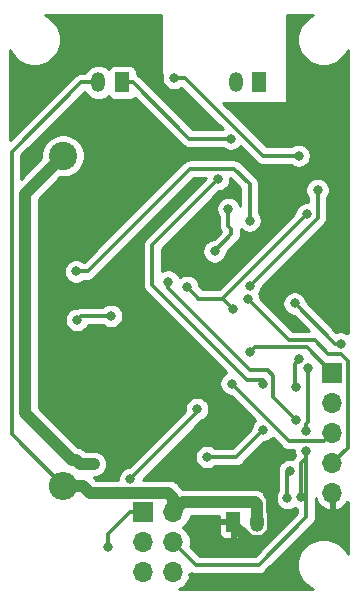
<source format=gbr>
G04 #@! TF.GenerationSoftware,KiCad,Pcbnew,(5.1.0)-1*
G04 #@! TF.CreationDate,2019-06-23T17:01:32+01:00*
G04 #@! TF.ProjectId,v4,76342e6b-6963-4616-945f-706362585858,rev?*
G04 #@! TF.SameCoordinates,Original*
G04 #@! TF.FileFunction,Copper,L2,Bot*
G04 #@! TF.FilePolarity,Positive*
%FSLAX46Y46*%
G04 Gerber Fmt 4.6, Leading zero omitted, Abs format (unit mm)*
G04 Created by KiCad (PCBNEW (5.1.0)-1) date 2019-06-23 17:01:32*
%MOMM*%
%LPD*%
G04 APERTURE LIST*
%ADD10C,2.400000*%
%ADD11O,2.400000X2.400000*%
%ADD12R,1.200000X1.700000*%
%ADD13O,1.200000X1.700000*%
%ADD14R,1.700000X1.700000*%
%ADD15O,1.700000X1.700000*%
%ADD16C,0.800000*%
%ADD17C,0.300000*%
%ADD18C,1.000000*%
%ADD19C,0.254000*%
G04 APERTURE END LIST*
D10*
X107117600Y-60587600D03*
D11*
X107117600Y-88527600D03*
D12*
X123717600Y-54387600D03*
D13*
X121717600Y-54387600D03*
D14*
X129917600Y-78987600D03*
D15*
X129917600Y-81527600D03*
X129917600Y-84067600D03*
X129917600Y-86607600D03*
X129917600Y-89147600D03*
D14*
X113917600Y-90787600D03*
D15*
X116457600Y-90787600D03*
X113917600Y-93327600D03*
X116457600Y-93327600D03*
X113917600Y-95867600D03*
X116457600Y-95867600D03*
D12*
X121517600Y-91587600D03*
D13*
X123517600Y-91587600D03*
D12*
X112117600Y-54387600D03*
D13*
X110117600Y-54387600D03*
D16*
X116517600Y-61287600D03*
X128517600Y-70787600D03*
X130917600Y-68887600D03*
X125817600Y-58987600D03*
X129317600Y-58587600D03*
X125117600Y-73387600D03*
X126517600Y-74687600D03*
X116417600Y-77487600D03*
X114117600Y-77487600D03*
X114017600Y-79287600D03*
X115417600Y-79387600D03*
X114817600Y-81087600D03*
X114817600Y-82687600D03*
X116917600Y-85737579D03*
X119067621Y-87887600D03*
X106167600Y-80487600D03*
X118667600Y-57737600D03*
X117617600Y-71687600D03*
X127741547Y-65561557D03*
X121517612Y-73587578D03*
X122917600Y-71587600D03*
X128667590Y-63487600D03*
X112817601Y-87937589D03*
X118467610Y-82037590D03*
X111168648Y-74138648D03*
X124067595Y-83787600D03*
X108317604Y-74487600D03*
X119308489Y-86095105D03*
X127717600Y-83887589D03*
X127717600Y-85587602D03*
X127878222Y-78591742D03*
X127250963Y-89510524D03*
X120257027Y-62537610D03*
X124067588Y-79888237D03*
X121317600Y-59137610D03*
X122762035Y-72676557D03*
X119945956Y-68678410D03*
X121117600Y-65087600D03*
X127067600Y-60587600D03*
X116517600Y-53987600D03*
X127134100Y-77781614D03*
X126811552Y-80193648D03*
X109717600Y-86687600D03*
X122917600Y-66087600D03*
X126716552Y-73086552D03*
X130617600Y-76487602D03*
X108212599Y-70382599D03*
X126846311Y-82937865D03*
X116017600Y-71237590D03*
X122983004Y-77212611D03*
X121379162Y-79873942D03*
X126317600Y-87287577D03*
X126117600Y-89587600D03*
X110917604Y-93687600D03*
D17*
X128517600Y-70787600D02*
X130417600Y-68887600D01*
X130417600Y-68887600D02*
X130917600Y-68887600D01*
D18*
X116917600Y-86303264D02*
X116917600Y-85737579D01*
X119067621Y-87887600D02*
X119067621Y-87887600D01*
X124517591Y-89241160D02*
X124517591Y-88887591D01*
X124817610Y-90657697D02*
X124817610Y-89541179D01*
X124917610Y-90757697D02*
X124817610Y-90657697D01*
X123517600Y-87887600D02*
X119067621Y-87887600D01*
X124917610Y-92417503D02*
X124917610Y-90757697D01*
X124517591Y-88887591D02*
X123517600Y-87887600D01*
X121517600Y-91837600D02*
X122667600Y-92987600D01*
X121517600Y-91587600D02*
X121517600Y-91837600D01*
X122667600Y-92987600D02*
X122687687Y-92987600D01*
X122687687Y-92987600D02*
X122937697Y-93237610D01*
X122937697Y-93237610D02*
X124097503Y-93237610D01*
X124817610Y-89541179D02*
X124517591Y-89241160D01*
X124097503Y-93237610D02*
X124917610Y-92417503D01*
X119067621Y-87887600D02*
X116917600Y-85737579D01*
D17*
X118583285Y-72687600D02*
X118583285Y-72653285D01*
X118583285Y-72653285D02*
X117617600Y-71687600D01*
X120615504Y-72687600D02*
X127741547Y-65561557D01*
X118583285Y-72687600D02*
X120615504Y-72687600D01*
X120617634Y-72687600D02*
X121517612Y-73587578D01*
X118583285Y-72687600D02*
X120617634Y-72687600D01*
D18*
X109424655Y-89137599D02*
X108814656Y-88527600D01*
X108814656Y-88527600D02*
X107117600Y-88527600D01*
X116009680Y-89137599D02*
X109424655Y-89137599D01*
X116457600Y-89585519D02*
X116009680Y-89137599D01*
X116457600Y-90787600D02*
X116457600Y-89585519D01*
D17*
X108617600Y-54387600D02*
X110117600Y-54387600D01*
X102767589Y-60237611D02*
X108617600Y-54387600D01*
X107117600Y-88527600D02*
X102767589Y-84177589D01*
X102767589Y-84177589D02*
X102767589Y-60237611D01*
D18*
X123517600Y-90079660D02*
X123367580Y-89929640D01*
X123367580Y-89929640D02*
X117315560Y-89929640D01*
X117315560Y-89929640D02*
X117307599Y-89937601D01*
X123517600Y-91587600D02*
X123517600Y-90079660D01*
X117307599Y-89937601D02*
X116457600Y-90787600D01*
D17*
X128667590Y-65837610D02*
X128667590Y-63487600D01*
X122917600Y-71587600D02*
X128667590Y-65837610D01*
X118467610Y-82287580D02*
X118467610Y-82037590D01*
X112817601Y-87937589D02*
X118467610Y-82287580D01*
X111168648Y-74138648D02*
X108666556Y-74138648D01*
X108666556Y-74138648D02*
X108317604Y-74487600D01*
X121760090Y-86095105D02*
X119874174Y-86095105D01*
X119874174Y-86095105D02*
X119308489Y-86095105D01*
X124067595Y-83787600D02*
X121760090Y-86095105D01*
X127717600Y-83887589D02*
X127717600Y-83321904D01*
X127717600Y-83321904D02*
X127878222Y-83161282D01*
X127878222Y-83161282D02*
X127878222Y-78591742D01*
X127717600Y-86153287D02*
X127717600Y-85587602D01*
X127250963Y-86619924D02*
X127250963Y-88944839D01*
X127717600Y-86153287D02*
X127250963Y-86619924D01*
X127250963Y-88944839D02*
X127250963Y-89510524D01*
X127717600Y-91187600D02*
X127717600Y-86153287D01*
X123667600Y-95237600D02*
X127717600Y-91187600D01*
X116457600Y-93327600D02*
X118367600Y-95237600D01*
X118367600Y-95237600D02*
X123667600Y-95237600D01*
X122712563Y-79597610D02*
X124067595Y-79597610D01*
X114667599Y-71552646D02*
X122712563Y-79597610D01*
X120257027Y-62537610D02*
X114667599Y-68127038D01*
X114667599Y-68127038D02*
X114667599Y-71552646D01*
X124067595Y-79597610D02*
X124067595Y-79888230D01*
X124067595Y-79888230D02*
X124067588Y-79888237D01*
X117767610Y-59137610D02*
X121317600Y-59137610D01*
X113017600Y-54387600D02*
X117767610Y-59137610D01*
X112117600Y-54387600D02*
X113017600Y-54387600D01*
X126281079Y-76195601D02*
X122762035Y-72676557D01*
X131217601Y-85307599D02*
X131217601Y-77936144D01*
X129917600Y-86607600D02*
X131217601Y-85307599D01*
X131217601Y-77936144D02*
X130619061Y-77337604D01*
X130619061Y-77337604D02*
X129567604Y-77337604D01*
X129567604Y-77337604D02*
X128425601Y-76195601D01*
X128425601Y-76195601D02*
X126281079Y-76195601D01*
X121117600Y-66537600D02*
X121117600Y-65087600D01*
X121367600Y-66787600D02*
X121117600Y-66537600D01*
X119945956Y-68678410D02*
X121367600Y-67256766D01*
X121367600Y-67256766D02*
X121367600Y-66787600D01*
X117083285Y-53987600D02*
X116517600Y-53987600D01*
X117417600Y-53987600D02*
X117083285Y-53987600D01*
X127067600Y-60587600D02*
X124017600Y-60587600D01*
X124017600Y-60587600D02*
X117417600Y-53987600D01*
X126734101Y-80116197D02*
X126811552Y-80193648D01*
X126734101Y-78181613D02*
X126734101Y-80116197D01*
X127134100Y-77781614D02*
X126734101Y-78181613D01*
D18*
X108533602Y-86687600D02*
X109717600Y-86687600D01*
X108173601Y-86327599D02*
X108533602Y-86687600D01*
X107857599Y-86327599D02*
X108173601Y-86327599D01*
X103917600Y-82387600D02*
X107857599Y-86327599D01*
X107117600Y-60587600D02*
X103917600Y-63787600D01*
X103917600Y-63787600D02*
X103917600Y-82387600D01*
D17*
X130117602Y-76487602D02*
X130617600Y-76487602D01*
X126716552Y-73086552D02*
X130117602Y-76487602D01*
X109188286Y-70382599D02*
X108212599Y-70382599D01*
X121617600Y-61687600D02*
X117883285Y-61687600D01*
X117883285Y-61687600D02*
X109188286Y-70382599D01*
X122917600Y-66087600D02*
X122917600Y-62987600D01*
X122917600Y-62987600D02*
X121617600Y-61687600D01*
X124439435Y-78747608D02*
X122961933Y-78747608D01*
X116017600Y-71803275D02*
X116017600Y-71237590D01*
X124922098Y-79230271D02*
X124439435Y-78747608D01*
X124922098Y-81013652D02*
X124922098Y-79230271D01*
X126846311Y-82937865D02*
X124922098Y-81013652D01*
X122961933Y-78747608D02*
X116017600Y-71803275D01*
X127742612Y-76812612D02*
X123383003Y-76812612D01*
X123383003Y-76812612D02*
X122983004Y-77212611D01*
X129917600Y-78987600D02*
X127742612Y-76812612D01*
X126242817Y-84737597D02*
X121379162Y-79873942D01*
X129917600Y-84067600D02*
X129247603Y-84737597D01*
X129247603Y-84737597D02*
X126242817Y-84737597D01*
X126117600Y-89587600D02*
X126117600Y-87487577D01*
X126117600Y-87487577D02*
X126317600Y-87287577D01*
X113917600Y-90787600D02*
X112767600Y-90787600D01*
X112767600Y-90787600D02*
X110917604Y-92637596D01*
X110917604Y-93121915D02*
X110917604Y-93687600D01*
X110917604Y-92637596D02*
X110917604Y-93121915D01*
D19*
G36*
X130044600Y-89020600D02*
G01*
X130064600Y-89020600D01*
X130064600Y-89274600D01*
X130044600Y-89274600D01*
X130044600Y-90468414D01*
X130274491Y-90589081D01*
X130548852Y-90491757D01*
X130798955Y-90342778D01*
X131015188Y-90147869D01*
X131189241Y-89914520D01*
X131207601Y-89875974D01*
X131207601Y-94322263D01*
X131148231Y-94178931D01*
X130903638Y-93812871D01*
X130592329Y-93501562D01*
X130226269Y-93256969D01*
X129819525Y-93088490D01*
X129387728Y-93002600D01*
X128947472Y-93002600D01*
X128515675Y-93088490D01*
X128108931Y-93256969D01*
X127742871Y-93501562D01*
X127431562Y-93812871D01*
X127186969Y-94178931D01*
X127018490Y-94585675D01*
X126932600Y-95017472D01*
X126932600Y-95457728D01*
X127018490Y-95889525D01*
X127186969Y-96296269D01*
X127431562Y-96662329D01*
X127742871Y-96973638D01*
X128108931Y-97218231D01*
X128252260Y-97277600D01*
X116903237Y-97277600D01*
X117088852Y-97211757D01*
X117338955Y-97062778D01*
X117555188Y-96867869D01*
X117729241Y-96634520D01*
X117854425Y-96371699D01*
X117899076Y-96224490D01*
X117777756Y-95994602D01*
X117942600Y-95994602D01*
X117942600Y-95900535D01*
X118065740Y-95966354D01*
X118213713Y-96011242D01*
X118288626Y-96018620D01*
X118329039Y-96022600D01*
X118329044Y-96022600D01*
X118367600Y-96026397D01*
X118406156Y-96022600D01*
X123629047Y-96022600D01*
X123667600Y-96026397D01*
X123706153Y-96022600D01*
X123706161Y-96022600D01*
X123821487Y-96011241D01*
X123969460Y-95966354D01*
X124105833Y-95893462D01*
X124225364Y-95795364D01*
X124249947Y-95765410D01*
X128245417Y-91769941D01*
X128275364Y-91745364D01*
X128373462Y-91625833D01*
X128446354Y-91489460D01*
X128455109Y-91460600D01*
X128491242Y-91341487D01*
X128498620Y-91266574D01*
X128502600Y-91226161D01*
X128502600Y-91226156D01*
X128506397Y-91187600D01*
X128502600Y-91149045D01*
X128502600Y-89591778D01*
X128520775Y-89651699D01*
X128645959Y-89914520D01*
X128820012Y-90147869D01*
X129036245Y-90342778D01*
X129286348Y-90491757D01*
X129560709Y-90589081D01*
X129790600Y-90468414D01*
X129790600Y-89274600D01*
X129770600Y-89274600D01*
X129770600Y-89020600D01*
X129790600Y-89020600D01*
X129790600Y-89000600D01*
X130044600Y-89000600D01*
X130044600Y-89020600D01*
X130044600Y-89020600D01*
G37*
X130044600Y-89020600D02*
X130064600Y-89020600D01*
X130064600Y-89274600D01*
X130044600Y-89274600D01*
X130044600Y-90468414D01*
X130274491Y-90589081D01*
X130548852Y-90491757D01*
X130798955Y-90342778D01*
X131015188Y-90147869D01*
X131189241Y-89914520D01*
X131207601Y-89875974D01*
X131207601Y-94322263D01*
X131148231Y-94178931D01*
X130903638Y-93812871D01*
X130592329Y-93501562D01*
X130226269Y-93256969D01*
X129819525Y-93088490D01*
X129387728Y-93002600D01*
X128947472Y-93002600D01*
X128515675Y-93088490D01*
X128108931Y-93256969D01*
X127742871Y-93501562D01*
X127431562Y-93812871D01*
X127186969Y-94178931D01*
X127018490Y-94585675D01*
X126932600Y-95017472D01*
X126932600Y-95457728D01*
X127018490Y-95889525D01*
X127186969Y-96296269D01*
X127431562Y-96662329D01*
X127742871Y-96973638D01*
X128108931Y-97218231D01*
X128252260Y-97277600D01*
X116903237Y-97277600D01*
X117088852Y-97211757D01*
X117338955Y-97062778D01*
X117555188Y-96867869D01*
X117729241Y-96634520D01*
X117854425Y-96371699D01*
X117899076Y-96224490D01*
X117777756Y-95994602D01*
X117942600Y-95994602D01*
X117942600Y-95900535D01*
X118065740Y-95966354D01*
X118213713Y-96011242D01*
X118288626Y-96018620D01*
X118329039Y-96022600D01*
X118329044Y-96022600D01*
X118367600Y-96026397D01*
X118406156Y-96022600D01*
X123629047Y-96022600D01*
X123667600Y-96026397D01*
X123706153Y-96022600D01*
X123706161Y-96022600D01*
X123821487Y-96011241D01*
X123969460Y-95966354D01*
X124105833Y-95893462D01*
X124225364Y-95795364D01*
X124249947Y-95765410D01*
X128245417Y-91769941D01*
X128275364Y-91745364D01*
X128373462Y-91625833D01*
X128446354Y-91489460D01*
X128455109Y-91460600D01*
X128491242Y-91341487D01*
X128498620Y-91266574D01*
X128502600Y-91226161D01*
X128502600Y-91226156D01*
X128506397Y-91187600D01*
X128502600Y-91149045D01*
X128502600Y-89591778D01*
X128520775Y-89651699D01*
X128645959Y-89914520D01*
X128820012Y-90147869D01*
X129036245Y-90342778D01*
X129286348Y-90491757D01*
X129560709Y-90589081D01*
X129790600Y-90468414D01*
X129790600Y-89274600D01*
X129770600Y-89274600D01*
X129770600Y-89020600D01*
X129790600Y-89020600D01*
X129790600Y-89000600D01*
X130044600Y-89000600D01*
X130044600Y-89020600D01*
G36*
X116584600Y-95740600D02*
G01*
X116604600Y-95740600D01*
X116604600Y-95994600D01*
X116584600Y-95994600D01*
X116584600Y-96014600D01*
X116330600Y-96014600D01*
X116330600Y-95994600D01*
X116310600Y-95994600D01*
X116310600Y-95740600D01*
X116330600Y-95740600D01*
X116330600Y-95720600D01*
X116584600Y-95720600D01*
X116584600Y-95740600D01*
X116584600Y-95740600D01*
G37*
X116584600Y-95740600D02*
X116604600Y-95740600D01*
X116604600Y-95994600D01*
X116584600Y-95994600D01*
X116584600Y-96014600D01*
X116330600Y-96014600D01*
X116330600Y-95994600D01*
X116310600Y-95994600D01*
X116310600Y-95740600D01*
X116330600Y-95740600D01*
X116330600Y-95720600D01*
X116584600Y-95720600D01*
X116584600Y-95740600D01*
G36*
X128108931Y-48756969D02*
G01*
X127742871Y-49001562D01*
X127431562Y-49312871D01*
X127186969Y-49678931D01*
X127018490Y-50085675D01*
X126932600Y-50517472D01*
X126932600Y-50957728D01*
X127018490Y-51389525D01*
X127186969Y-51796269D01*
X127431562Y-52162329D01*
X127742871Y-52473638D01*
X128108931Y-52718231D01*
X128515675Y-52886710D01*
X128947472Y-52972600D01*
X129387728Y-52972600D01*
X129819525Y-52886710D01*
X130226269Y-52718231D01*
X130592329Y-52473638D01*
X130903638Y-52162329D01*
X131148231Y-51796269D01*
X131207600Y-51652940D01*
X131207601Y-75637044D01*
X131107856Y-75570397D01*
X130919498Y-75492376D01*
X130719539Y-75452602D01*
X130515661Y-75452602D01*
X130315702Y-75492376D01*
X130256893Y-75516736D01*
X127751552Y-73011395D01*
X127751552Y-72984613D01*
X127711778Y-72784654D01*
X127633757Y-72596296D01*
X127520489Y-72426778D01*
X127376326Y-72282615D01*
X127206808Y-72169347D01*
X127018450Y-72091326D01*
X126818491Y-72051552D01*
X126614613Y-72051552D01*
X126414654Y-72091326D01*
X126226296Y-72169347D01*
X126056778Y-72282615D01*
X125912615Y-72426778D01*
X125799347Y-72596296D01*
X125721326Y-72784654D01*
X125681552Y-72984613D01*
X125681552Y-73188491D01*
X125721326Y-73388450D01*
X125799347Y-73576808D01*
X125912615Y-73746326D01*
X126056778Y-73890489D01*
X126226296Y-74003757D01*
X126414654Y-74081778D01*
X126614613Y-74121552D01*
X126641395Y-74121552D01*
X127930443Y-75410601D01*
X126606236Y-75410601D01*
X123797035Y-72601400D01*
X123797035Y-72574618D01*
X123757261Y-72374659D01*
X123709517Y-72259394D01*
X123721537Y-72247374D01*
X123834805Y-72077856D01*
X123912826Y-71889498D01*
X123952600Y-71689539D01*
X123952600Y-71662757D01*
X129195401Y-66419956D01*
X129225354Y-66395374D01*
X129323452Y-66275843D01*
X129396344Y-66139470D01*
X129396344Y-66139469D01*
X129441232Y-65991497D01*
X129448610Y-65916584D01*
X129452590Y-65876171D01*
X129452590Y-65876166D01*
X129456387Y-65837610D01*
X129452590Y-65799054D01*
X129452590Y-64166311D01*
X129471527Y-64147374D01*
X129584795Y-63977856D01*
X129662816Y-63789498D01*
X129702590Y-63589539D01*
X129702590Y-63385661D01*
X129662816Y-63185702D01*
X129584795Y-62997344D01*
X129471527Y-62827826D01*
X129327364Y-62683663D01*
X129157846Y-62570395D01*
X128969488Y-62492374D01*
X128769529Y-62452600D01*
X128565651Y-62452600D01*
X128365692Y-62492374D01*
X128177334Y-62570395D01*
X128007816Y-62683663D01*
X127863653Y-62827826D01*
X127750385Y-62997344D01*
X127672364Y-63185702D01*
X127632590Y-63385661D01*
X127632590Y-63589539D01*
X127672364Y-63789498D01*
X127750385Y-63977856D01*
X127863653Y-64147374D01*
X127882591Y-64166312D01*
X127882591Y-64534335D01*
X127843486Y-64526557D01*
X127639608Y-64526557D01*
X127439649Y-64566331D01*
X127251291Y-64644352D01*
X127081773Y-64757620D01*
X126937610Y-64901783D01*
X126824342Y-65071301D01*
X126746321Y-65259659D01*
X126706547Y-65459618D01*
X126706547Y-65486400D01*
X120290347Y-71902600D01*
X118942757Y-71902600D01*
X118652600Y-71612443D01*
X118652600Y-71585661D01*
X118612826Y-71385702D01*
X118534805Y-71197344D01*
X118421537Y-71027826D01*
X118277374Y-70883663D01*
X118107856Y-70770395D01*
X117919498Y-70692374D01*
X117719539Y-70652600D01*
X117515661Y-70652600D01*
X117315702Y-70692374D01*
X117127344Y-70770395D01*
X116984024Y-70866158D01*
X116934805Y-70747334D01*
X116821537Y-70577816D01*
X116677374Y-70433653D01*
X116507856Y-70320385D01*
X116319498Y-70242364D01*
X116119539Y-70202590D01*
X115915661Y-70202590D01*
X115715702Y-70242364D01*
X115527344Y-70320385D01*
X115452599Y-70370328D01*
X115452599Y-68452195D01*
X120332184Y-63572610D01*
X120358966Y-63572610D01*
X120558925Y-63532836D01*
X120747283Y-63454815D01*
X120916801Y-63341547D01*
X121060964Y-63197384D01*
X121174232Y-63027866D01*
X121252253Y-62839508D01*
X121292027Y-62639549D01*
X121292027Y-62472600D01*
X121292443Y-62472600D01*
X122132601Y-63312758D01*
X122132600Y-64885115D01*
X122112826Y-64785702D01*
X122034805Y-64597344D01*
X121921537Y-64427826D01*
X121777374Y-64283663D01*
X121607856Y-64170395D01*
X121419498Y-64092374D01*
X121219539Y-64052600D01*
X121015661Y-64052600D01*
X120815702Y-64092374D01*
X120627344Y-64170395D01*
X120457826Y-64283663D01*
X120313663Y-64427826D01*
X120200395Y-64597344D01*
X120122374Y-64785702D01*
X120082600Y-64985661D01*
X120082600Y-65189539D01*
X120122374Y-65389498D01*
X120200395Y-65577856D01*
X120313663Y-65747374D01*
X120332601Y-65766312D01*
X120332600Y-66499047D01*
X120328803Y-66537600D01*
X120332600Y-66576153D01*
X120332600Y-66576160D01*
X120343959Y-66691486D01*
X120388846Y-66839459D01*
X120461738Y-66975832D01*
X120496283Y-67017925D01*
X119870799Y-67643410D01*
X119844017Y-67643410D01*
X119644058Y-67683184D01*
X119455700Y-67761205D01*
X119286182Y-67874473D01*
X119142019Y-68018636D01*
X119028751Y-68188154D01*
X118950730Y-68376512D01*
X118910956Y-68576471D01*
X118910956Y-68780349D01*
X118950730Y-68980308D01*
X119028751Y-69168666D01*
X119142019Y-69338184D01*
X119286182Y-69482347D01*
X119455700Y-69595615D01*
X119644058Y-69673636D01*
X119844017Y-69713410D01*
X120047895Y-69713410D01*
X120247854Y-69673636D01*
X120436212Y-69595615D01*
X120605730Y-69482347D01*
X120749893Y-69338184D01*
X120863161Y-69168666D01*
X120941182Y-68980308D01*
X120980956Y-68780349D01*
X120980956Y-68753567D01*
X121895417Y-67839107D01*
X121925364Y-67814530D01*
X122023462Y-67694999D01*
X122096354Y-67558626D01*
X122141241Y-67410653D01*
X122152600Y-67295327D01*
X122152600Y-67295320D01*
X122156397Y-67256767D01*
X122152600Y-67218214D01*
X122152600Y-66826152D01*
X122156172Y-66789883D01*
X122257826Y-66891537D01*
X122427344Y-67004805D01*
X122615702Y-67082826D01*
X122815661Y-67122600D01*
X123019539Y-67122600D01*
X123219498Y-67082826D01*
X123407856Y-67004805D01*
X123577374Y-66891537D01*
X123721537Y-66747374D01*
X123834805Y-66577856D01*
X123912826Y-66389498D01*
X123952600Y-66189539D01*
X123952600Y-65985661D01*
X123912826Y-65785702D01*
X123834805Y-65597344D01*
X123721537Y-65427826D01*
X123702600Y-65408889D01*
X123702600Y-63026156D01*
X123706397Y-62987600D01*
X123702600Y-62949044D01*
X123702600Y-62949039D01*
X123698620Y-62908626D01*
X123691242Y-62833713D01*
X123646354Y-62685740D01*
X123645244Y-62683663D01*
X123573462Y-62549367D01*
X123475364Y-62429836D01*
X123445410Y-62405253D01*
X122199947Y-61159790D01*
X122175364Y-61129836D01*
X122055833Y-61031738D01*
X121919460Y-60958846D01*
X121771487Y-60913959D01*
X121656161Y-60902600D01*
X121656153Y-60902600D01*
X121617600Y-60898803D01*
X121579047Y-60902600D01*
X117921841Y-60902600D01*
X117883285Y-60898803D01*
X117844729Y-60902600D01*
X117844724Y-60902600D01*
X117804311Y-60906580D01*
X117729398Y-60913958D01*
X117581425Y-60958846D01*
X117445052Y-61031738D01*
X117325521Y-61129836D01*
X117300938Y-61159790D01*
X108877220Y-69583509D01*
X108872373Y-69578662D01*
X108702855Y-69465394D01*
X108514497Y-69387373D01*
X108314538Y-69347599D01*
X108110660Y-69347599D01*
X107910701Y-69387373D01*
X107722343Y-69465394D01*
X107552825Y-69578662D01*
X107408662Y-69722825D01*
X107295394Y-69892343D01*
X107217373Y-70080701D01*
X107177599Y-70280660D01*
X107177599Y-70484538D01*
X107217373Y-70684497D01*
X107295394Y-70872855D01*
X107408662Y-71042373D01*
X107552825Y-71186536D01*
X107722343Y-71299804D01*
X107910701Y-71377825D01*
X108110660Y-71417599D01*
X108314538Y-71417599D01*
X108514497Y-71377825D01*
X108702855Y-71299804D01*
X108872373Y-71186536D01*
X108891310Y-71167599D01*
X109149733Y-71167599D01*
X109188286Y-71171396D01*
X109226839Y-71167599D01*
X109226847Y-71167599D01*
X109342173Y-71156240D01*
X109490146Y-71111353D01*
X109626519Y-71038461D01*
X109746050Y-70940363D01*
X109770633Y-70910409D01*
X118208442Y-62472600D01*
X119211880Y-62472600D01*
X114139789Y-67544691D01*
X114109835Y-67569274D01*
X114011737Y-67688806D01*
X113938845Y-67825179D01*
X113893958Y-67973152D01*
X113882599Y-68088478D01*
X113882599Y-68088485D01*
X113878802Y-68127038D01*
X113882599Y-68165591D01*
X113882600Y-71514083D01*
X113878802Y-71552646D01*
X113893958Y-71706532D01*
X113938845Y-71854505D01*
X113957549Y-71889498D01*
X114011738Y-71990879D01*
X114052289Y-72040290D01*
X114085254Y-72080458D01*
X114085258Y-72080462D01*
X114109836Y-72110410D01*
X114139784Y-72134988D01*
X120940260Y-78935465D01*
X120888906Y-78956737D01*
X120719388Y-79070005D01*
X120575225Y-79214168D01*
X120461957Y-79383686D01*
X120383936Y-79572044D01*
X120344162Y-79772003D01*
X120344162Y-79975881D01*
X120383936Y-80175840D01*
X120461957Y-80364198D01*
X120575225Y-80533716D01*
X120719388Y-80677879D01*
X120888906Y-80791147D01*
X121077264Y-80869168D01*
X121277223Y-80908942D01*
X121304005Y-80908942D01*
X123393274Y-82998211D01*
X123263658Y-83127826D01*
X123150390Y-83297344D01*
X123072369Y-83485702D01*
X123032595Y-83685661D01*
X123032595Y-83712443D01*
X121434933Y-85310105D01*
X119987200Y-85310105D01*
X119968263Y-85291168D01*
X119798745Y-85177900D01*
X119610387Y-85099879D01*
X119410428Y-85060105D01*
X119206550Y-85060105D01*
X119006591Y-85099879D01*
X118818233Y-85177900D01*
X118648715Y-85291168D01*
X118504552Y-85435331D01*
X118391284Y-85604849D01*
X118313263Y-85793207D01*
X118273489Y-85993166D01*
X118273489Y-86197044D01*
X118313263Y-86397003D01*
X118391284Y-86585361D01*
X118504552Y-86754879D01*
X118648715Y-86899042D01*
X118818233Y-87012310D01*
X119006591Y-87090331D01*
X119206550Y-87130105D01*
X119410428Y-87130105D01*
X119610387Y-87090331D01*
X119798745Y-87012310D01*
X119968263Y-86899042D01*
X119987200Y-86880105D01*
X121721537Y-86880105D01*
X121760090Y-86883902D01*
X121798643Y-86880105D01*
X121798651Y-86880105D01*
X121913977Y-86868746D01*
X122061950Y-86823859D01*
X122198323Y-86750967D01*
X122317854Y-86652869D01*
X122342437Y-86622915D01*
X124142752Y-84822600D01*
X124169534Y-84822600D01*
X124369493Y-84782826D01*
X124557851Y-84704805D01*
X124727369Y-84591537D01*
X124856985Y-84461922D01*
X125660470Y-85265407D01*
X125685053Y-85295361D01*
X125804584Y-85393459D01*
X125903255Y-85446199D01*
X125940957Y-85466351D01*
X126088930Y-85511239D01*
X126163843Y-85518617D01*
X126204256Y-85522597D01*
X126204261Y-85522597D01*
X126242817Y-85526394D01*
X126281373Y-85522597D01*
X126682600Y-85522597D01*
X126682600Y-85689541D01*
X126722374Y-85889500D01*
X126765973Y-85994757D01*
X126723153Y-86037577D01*
X126693199Y-86062160D01*
X126595101Y-86181692D01*
X126543982Y-86277330D01*
X126419539Y-86252577D01*
X126215661Y-86252577D01*
X126015702Y-86292351D01*
X125827344Y-86370372D01*
X125657826Y-86483640D01*
X125513663Y-86627803D01*
X125400395Y-86797321D01*
X125322374Y-86985679D01*
X125282600Y-87185638D01*
X125282600Y-87389516D01*
X125322374Y-87589475D01*
X125332601Y-87614165D01*
X125332600Y-88908889D01*
X125313663Y-88927826D01*
X125200395Y-89097344D01*
X125122374Y-89285702D01*
X125082600Y-89485661D01*
X125082600Y-89689539D01*
X125122374Y-89889498D01*
X125200395Y-90077856D01*
X125313663Y-90247374D01*
X125457826Y-90391537D01*
X125627344Y-90504805D01*
X125815702Y-90582826D01*
X126015661Y-90622600D01*
X126219539Y-90622600D01*
X126419498Y-90582826D01*
X126607856Y-90504805D01*
X126741958Y-90415201D01*
X126760707Y-90427729D01*
X126932600Y-90498930D01*
X126932600Y-90862442D01*
X123342443Y-94452600D01*
X118692758Y-94452600D01*
X117906626Y-93666468D01*
X117921113Y-93618711D01*
X117949785Y-93327600D01*
X117921113Y-93036489D01*
X117836199Y-92756566D01*
X117698306Y-92498586D01*
X117648257Y-92437600D01*
X120279528Y-92437600D01*
X120291788Y-92562082D01*
X120328098Y-92681780D01*
X120387063Y-92792094D01*
X120466415Y-92888785D01*
X120563106Y-92968137D01*
X120673420Y-93027102D01*
X120793118Y-93063412D01*
X120917600Y-93075672D01*
X121231850Y-93072600D01*
X121390600Y-92913850D01*
X121390600Y-91714600D01*
X120441350Y-91714600D01*
X120282600Y-91873350D01*
X120279528Y-92437600D01*
X117648257Y-92437600D01*
X117512734Y-92272466D01*
X117286614Y-92086894D01*
X117231809Y-92057600D01*
X117286614Y-92028306D01*
X117512734Y-91842734D01*
X117698306Y-91616614D01*
X117836199Y-91358634D01*
X117921113Y-91078711D01*
X117922499Y-91064640D01*
X120281309Y-91064640D01*
X120282600Y-91301850D01*
X120441350Y-91460600D01*
X121390600Y-91460600D01*
X121390600Y-91440600D01*
X121644600Y-91440600D01*
X121644600Y-91460600D01*
X121664600Y-91460600D01*
X121664600Y-91714600D01*
X121644600Y-91714600D01*
X121644600Y-92913850D01*
X121803350Y-93072600D01*
X122117600Y-93075672D01*
X122242082Y-93063412D01*
X122361780Y-93027102D01*
X122472094Y-92968137D01*
X122568785Y-92888785D01*
X122648137Y-92792094D01*
X122674292Y-92743163D01*
X122828152Y-92869433D01*
X123042700Y-92984111D01*
X123275499Y-93054730D01*
X123517600Y-93078575D01*
X123759702Y-93054730D01*
X123992501Y-92984111D01*
X124207049Y-92869433D01*
X124395102Y-92715102D01*
X124549433Y-92527049D01*
X124664111Y-92312500D01*
X124734730Y-92079701D01*
X124752600Y-91898264D01*
X124752600Y-91276935D01*
X124734730Y-91095498D01*
X124664111Y-90862699D01*
X124652600Y-90841163D01*
X124652600Y-90135401D01*
X124658090Y-90079659D01*
X124652600Y-90023918D01*
X124652600Y-90023908D01*
X124636177Y-89857161D01*
X124571276Y-89643213D01*
X124465884Y-89446037D01*
X124324049Y-89273211D01*
X124280735Y-89237664D01*
X124209576Y-89166505D01*
X124174029Y-89123191D01*
X124001203Y-88981356D01*
X123804027Y-88875964D01*
X123590079Y-88811063D01*
X123423332Y-88794640D01*
X123423331Y-88794640D01*
X123367580Y-88789149D01*
X123311829Y-88794640D01*
X117371312Y-88794640D01*
X117315560Y-88789149D01*
X117275554Y-88793089D01*
X117264049Y-88779070D01*
X117220740Y-88743527D01*
X116851675Y-88374463D01*
X116816129Y-88331150D01*
X116643303Y-88189315D01*
X116446127Y-88083923D01*
X116232179Y-88019022D01*
X116065432Y-88002599D01*
X116065431Y-88002599D01*
X116009680Y-87997108D01*
X115953929Y-88002599D01*
X113862748Y-88002599D01*
X118877097Y-82988251D01*
X118957866Y-82954795D01*
X119127384Y-82841527D01*
X119271547Y-82697364D01*
X119384815Y-82527846D01*
X119462836Y-82339488D01*
X119502610Y-82139529D01*
X119502610Y-81935651D01*
X119462836Y-81735692D01*
X119384815Y-81547334D01*
X119271547Y-81377816D01*
X119127384Y-81233653D01*
X118957866Y-81120385D01*
X118769508Y-81042364D01*
X118569549Y-81002590D01*
X118365671Y-81002590D01*
X118165712Y-81042364D01*
X117977354Y-81120385D01*
X117807836Y-81233653D01*
X117663673Y-81377816D01*
X117550405Y-81547334D01*
X117472384Y-81735692D01*
X117432610Y-81935651D01*
X117432610Y-82139529D01*
X117444704Y-82200328D01*
X112742444Y-86902589D01*
X112715662Y-86902589D01*
X112515703Y-86942363D01*
X112327345Y-87020384D01*
X112157827Y-87133652D01*
X112013664Y-87277815D01*
X111900396Y-87447333D01*
X111822375Y-87635691D01*
X111782601Y-87835650D01*
X111782601Y-88002599D01*
X109894786Y-88002599D01*
X109714787Y-87822600D01*
X109773352Y-87822600D01*
X109940099Y-87806177D01*
X110154047Y-87741276D01*
X110351223Y-87635884D01*
X110524049Y-87494049D01*
X110665884Y-87321223D01*
X110771276Y-87124047D01*
X110836177Y-86910099D01*
X110858091Y-86687600D01*
X110836177Y-86465101D01*
X110771276Y-86251153D01*
X110665884Y-86053977D01*
X110524049Y-85881151D01*
X110351223Y-85739316D01*
X110154047Y-85633924D01*
X109940099Y-85569023D01*
X109773352Y-85552600D01*
X109005860Y-85552600D01*
X108980050Y-85521150D01*
X108807224Y-85379315D01*
X108610048Y-85273923D01*
X108396100Y-85209022D01*
X108338479Y-85203347D01*
X105052600Y-81917469D01*
X105052600Y-74385661D01*
X107282604Y-74385661D01*
X107282604Y-74589539D01*
X107322378Y-74789498D01*
X107400399Y-74977856D01*
X107513667Y-75147374D01*
X107657830Y-75291537D01*
X107827348Y-75404805D01*
X108015706Y-75482826D01*
X108215665Y-75522600D01*
X108419543Y-75522600D01*
X108619502Y-75482826D01*
X108807860Y-75404805D01*
X108977378Y-75291537D01*
X109121541Y-75147374D01*
X109234809Y-74977856D01*
X109257263Y-74923648D01*
X110489937Y-74923648D01*
X110508874Y-74942585D01*
X110678392Y-75055853D01*
X110866750Y-75133874D01*
X111066709Y-75173648D01*
X111270587Y-75173648D01*
X111470546Y-75133874D01*
X111658904Y-75055853D01*
X111828422Y-74942585D01*
X111972585Y-74798422D01*
X112085853Y-74628904D01*
X112163874Y-74440546D01*
X112203648Y-74240587D01*
X112203648Y-74036709D01*
X112163874Y-73836750D01*
X112085853Y-73648392D01*
X111972585Y-73478874D01*
X111828422Y-73334711D01*
X111658904Y-73221443D01*
X111470546Y-73143422D01*
X111270587Y-73103648D01*
X111066709Y-73103648D01*
X110866750Y-73143422D01*
X110678392Y-73221443D01*
X110508874Y-73334711D01*
X110489937Y-73353648D01*
X108705112Y-73353648D01*
X108666556Y-73349851D01*
X108628000Y-73353648D01*
X108627995Y-73353648D01*
X108587582Y-73357628D01*
X108512669Y-73365006D01*
X108364696Y-73409894D01*
X108284798Y-73452600D01*
X108215665Y-73452600D01*
X108015706Y-73492374D01*
X107827348Y-73570395D01*
X107657830Y-73683663D01*
X107513667Y-73827826D01*
X107400399Y-73997344D01*
X107322378Y-74185702D01*
X107282604Y-74385661D01*
X105052600Y-74385661D01*
X105052600Y-64257731D01*
X106895884Y-62414448D01*
X106936868Y-62422600D01*
X107298332Y-62422600D01*
X107652850Y-62352082D01*
X107986799Y-62213756D01*
X108287344Y-62012938D01*
X108542938Y-61757344D01*
X108743756Y-61456799D01*
X108882082Y-61122850D01*
X108952600Y-60768332D01*
X108952600Y-60406868D01*
X108882082Y-60052350D01*
X108743756Y-59718401D01*
X108542938Y-59417856D01*
X108287344Y-59162262D01*
X107986799Y-58961444D01*
X107652850Y-58823118D01*
X107298332Y-58752600D01*
X106936868Y-58752600D01*
X106582350Y-58823118D01*
X106248401Y-58961444D01*
X105947856Y-59162262D01*
X105692262Y-59417856D01*
X105491444Y-59718401D01*
X105353118Y-60052350D01*
X105282600Y-60406868D01*
X105282600Y-60768332D01*
X105290752Y-60809316D01*
X103552589Y-62547480D01*
X103552589Y-60562768D01*
X108942758Y-55172600D01*
X109003213Y-55172600D01*
X109085767Y-55327048D01*
X109240098Y-55515102D01*
X109428151Y-55669433D01*
X109642699Y-55784111D01*
X109875498Y-55854730D01*
X110117600Y-55878575D01*
X110359701Y-55854730D01*
X110592500Y-55784111D01*
X110807048Y-55669433D01*
X110960909Y-55543164D01*
X110987063Y-55592094D01*
X111066415Y-55688785D01*
X111163106Y-55768137D01*
X111273420Y-55827102D01*
X111393118Y-55863412D01*
X111517600Y-55875672D01*
X112717600Y-55875672D01*
X112842082Y-55863412D01*
X112961780Y-55827102D01*
X113072094Y-55768137D01*
X113168785Y-55688785D01*
X113186744Y-55666901D01*
X117185263Y-59665420D01*
X117209846Y-59695374D01*
X117329377Y-59793472D01*
X117451685Y-59858846D01*
X117465750Y-59866364D01*
X117613723Y-59911252D01*
X117688636Y-59918630D01*
X117729049Y-59922610D01*
X117729054Y-59922610D01*
X117767610Y-59926407D01*
X117806166Y-59922610D01*
X120638889Y-59922610D01*
X120657826Y-59941547D01*
X120827344Y-60054815D01*
X121015702Y-60132836D01*
X121215661Y-60172610D01*
X121419539Y-60172610D01*
X121619498Y-60132836D01*
X121807856Y-60054815D01*
X121977374Y-59941547D01*
X122119382Y-59799539D01*
X123435253Y-61115410D01*
X123459836Y-61145364D01*
X123579367Y-61243462D01*
X123715740Y-61316354D01*
X123863713Y-61361242D01*
X123938626Y-61368620D01*
X123979039Y-61372600D01*
X123979044Y-61372600D01*
X124017600Y-61376397D01*
X124056156Y-61372600D01*
X126388889Y-61372600D01*
X126407826Y-61391537D01*
X126577344Y-61504805D01*
X126765702Y-61582826D01*
X126965661Y-61622600D01*
X127169539Y-61622600D01*
X127369498Y-61582826D01*
X127557856Y-61504805D01*
X127727374Y-61391537D01*
X127871537Y-61247374D01*
X127984805Y-61077856D01*
X128062826Y-60889498D01*
X128102600Y-60689539D01*
X128102600Y-60485661D01*
X128062826Y-60285702D01*
X127984805Y-60097344D01*
X127871537Y-59927826D01*
X127727374Y-59783663D01*
X127557856Y-59670395D01*
X127369498Y-59592374D01*
X127169539Y-59552600D01*
X126965661Y-59552600D01*
X126765702Y-59592374D01*
X126577344Y-59670395D01*
X126407826Y-59783663D01*
X126388889Y-59802600D01*
X124342757Y-59802600D01*
X120654757Y-56114600D01*
X125917600Y-56114600D01*
X125942376Y-56112160D01*
X125966201Y-56104933D01*
X125988157Y-56093197D01*
X126007403Y-56077403D01*
X126023197Y-56058157D01*
X126034933Y-56036201D01*
X126042160Y-56012376D01*
X126044600Y-55987600D01*
X126044600Y-48697600D01*
X128252260Y-48697600D01*
X128108931Y-48756969D01*
X128108931Y-48756969D01*
G37*
X128108931Y-48756969D02*
X127742871Y-49001562D01*
X127431562Y-49312871D01*
X127186969Y-49678931D01*
X127018490Y-50085675D01*
X126932600Y-50517472D01*
X126932600Y-50957728D01*
X127018490Y-51389525D01*
X127186969Y-51796269D01*
X127431562Y-52162329D01*
X127742871Y-52473638D01*
X128108931Y-52718231D01*
X128515675Y-52886710D01*
X128947472Y-52972600D01*
X129387728Y-52972600D01*
X129819525Y-52886710D01*
X130226269Y-52718231D01*
X130592329Y-52473638D01*
X130903638Y-52162329D01*
X131148231Y-51796269D01*
X131207600Y-51652940D01*
X131207601Y-75637044D01*
X131107856Y-75570397D01*
X130919498Y-75492376D01*
X130719539Y-75452602D01*
X130515661Y-75452602D01*
X130315702Y-75492376D01*
X130256893Y-75516736D01*
X127751552Y-73011395D01*
X127751552Y-72984613D01*
X127711778Y-72784654D01*
X127633757Y-72596296D01*
X127520489Y-72426778D01*
X127376326Y-72282615D01*
X127206808Y-72169347D01*
X127018450Y-72091326D01*
X126818491Y-72051552D01*
X126614613Y-72051552D01*
X126414654Y-72091326D01*
X126226296Y-72169347D01*
X126056778Y-72282615D01*
X125912615Y-72426778D01*
X125799347Y-72596296D01*
X125721326Y-72784654D01*
X125681552Y-72984613D01*
X125681552Y-73188491D01*
X125721326Y-73388450D01*
X125799347Y-73576808D01*
X125912615Y-73746326D01*
X126056778Y-73890489D01*
X126226296Y-74003757D01*
X126414654Y-74081778D01*
X126614613Y-74121552D01*
X126641395Y-74121552D01*
X127930443Y-75410601D01*
X126606236Y-75410601D01*
X123797035Y-72601400D01*
X123797035Y-72574618D01*
X123757261Y-72374659D01*
X123709517Y-72259394D01*
X123721537Y-72247374D01*
X123834805Y-72077856D01*
X123912826Y-71889498D01*
X123952600Y-71689539D01*
X123952600Y-71662757D01*
X129195401Y-66419956D01*
X129225354Y-66395374D01*
X129323452Y-66275843D01*
X129396344Y-66139470D01*
X129396344Y-66139469D01*
X129441232Y-65991497D01*
X129448610Y-65916584D01*
X129452590Y-65876171D01*
X129452590Y-65876166D01*
X129456387Y-65837610D01*
X129452590Y-65799054D01*
X129452590Y-64166311D01*
X129471527Y-64147374D01*
X129584795Y-63977856D01*
X129662816Y-63789498D01*
X129702590Y-63589539D01*
X129702590Y-63385661D01*
X129662816Y-63185702D01*
X129584795Y-62997344D01*
X129471527Y-62827826D01*
X129327364Y-62683663D01*
X129157846Y-62570395D01*
X128969488Y-62492374D01*
X128769529Y-62452600D01*
X128565651Y-62452600D01*
X128365692Y-62492374D01*
X128177334Y-62570395D01*
X128007816Y-62683663D01*
X127863653Y-62827826D01*
X127750385Y-62997344D01*
X127672364Y-63185702D01*
X127632590Y-63385661D01*
X127632590Y-63589539D01*
X127672364Y-63789498D01*
X127750385Y-63977856D01*
X127863653Y-64147374D01*
X127882591Y-64166312D01*
X127882591Y-64534335D01*
X127843486Y-64526557D01*
X127639608Y-64526557D01*
X127439649Y-64566331D01*
X127251291Y-64644352D01*
X127081773Y-64757620D01*
X126937610Y-64901783D01*
X126824342Y-65071301D01*
X126746321Y-65259659D01*
X126706547Y-65459618D01*
X126706547Y-65486400D01*
X120290347Y-71902600D01*
X118942757Y-71902600D01*
X118652600Y-71612443D01*
X118652600Y-71585661D01*
X118612826Y-71385702D01*
X118534805Y-71197344D01*
X118421537Y-71027826D01*
X118277374Y-70883663D01*
X118107856Y-70770395D01*
X117919498Y-70692374D01*
X117719539Y-70652600D01*
X117515661Y-70652600D01*
X117315702Y-70692374D01*
X117127344Y-70770395D01*
X116984024Y-70866158D01*
X116934805Y-70747334D01*
X116821537Y-70577816D01*
X116677374Y-70433653D01*
X116507856Y-70320385D01*
X116319498Y-70242364D01*
X116119539Y-70202590D01*
X115915661Y-70202590D01*
X115715702Y-70242364D01*
X115527344Y-70320385D01*
X115452599Y-70370328D01*
X115452599Y-68452195D01*
X120332184Y-63572610D01*
X120358966Y-63572610D01*
X120558925Y-63532836D01*
X120747283Y-63454815D01*
X120916801Y-63341547D01*
X121060964Y-63197384D01*
X121174232Y-63027866D01*
X121252253Y-62839508D01*
X121292027Y-62639549D01*
X121292027Y-62472600D01*
X121292443Y-62472600D01*
X122132601Y-63312758D01*
X122132600Y-64885115D01*
X122112826Y-64785702D01*
X122034805Y-64597344D01*
X121921537Y-64427826D01*
X121777374Y-64283663D01*
X121607856Y-64170395D01*
X121419498Y-64092374D01*
X121219539Y-64052600D01*
X121015661Y-64052600D01*
X120815702Y-64092374D01*
X120627344Y-64170395D01*
X120457826Y-64283663D01*
X120313663Y-64427826D01*
X120200395Y-64597344D01*
X120122374Y-64785702D01*
X120082600Y-64985661D01*
X120082600Y-65189539D01*
X120122374Y-65389498D01*
X120200395Y-65577856D01*
X120313663Y-65747374D01*
X120332601Y-65766312D01*
X120332600Y-66499047D01*
X120328803Y-66537600D01*
X120332600Y-66576153D01*
X120332600Y-66576160D01*
X120343959Y-66691486D01*
X120388846Y-66839459D01*
X120461738Y-66975832D01*
X120496283Y-67017925D01*
X119870799Y-67643410D01*
X119844017Y-67643410D01*
X119644058Y-67683184D01*
X119455700Y-67761205D01*
X119286182Y-67874473D01*
X119142019Y-68018636D01*
X119028751Y-68188154D01*
X118950730Y-68376512D01*
X118910956Y-68576471D01*
X118910956Y-68780349D01*
X118950730Y-68980308D01*
X119028751Y-69168666D01*
X119142019Y-69338184D01*
X119286182Y-69482347D01*
X119455700Y-69595615D01*
X119644058Y-69673636D01*
X119844017Y-69713410D01*
X120047895Y-69713410D01*
X120247854Y-69673636D01*
X120436212Y-69595615D01*
X120605730Y-69482347D01*
X120749893Y-69338184D01*
X120863161Y-69168666D01*
X120941182Y-68980308D01*
X120980956Y-68780349D01*
X120980956Y-68753567D01*
X121895417Y-67839107D01*
X121925364Y-67814530D01*
X122023462Y-67694999D01*
X122096354Y-67558626D01*
X122141241Y-67410653D01*
X122152600Y-67295327D01*
X122152600Y-67295320D01*
X122156397Y-67256767D01*
X122152600Y-67218214D01*
X122152600Y-66826152D01*
X122156172Y-66789883D01*
X122257826Y-66891537D01*
X122427344Y-67004805D01*
X122615702Y-67082826D01*
X122815661Y-67122600D01*
X123019539Y-67122600D01*
X123219498Y-67082826D01*
X123407856Y-67004805D01*
X123577374Y-66891537D01*
X123721537Y-66747374D01*
X123834805Y-66577856D01*
X123912826Y-66389498D01*
X123952600Y-66189539D01*
X123952600Y-65985661D01*
X123912826Y-65785702D01*
X123834805Y-65597344D01*
X123721537Y-65427826D01*
X123702600Y-65408889D01*
X123702600Y-63026156D01*
X123706397Y-62987600D01*
X123702600Y-62949044D01*
X123702600Y-62949039D01*
X123698620Y-62908626D01*
X123691242Y-62833713D01*
X123646354Y-62685740D01*
X123645244Y-62683663D01*
X123573462Y-62549367D01*
X123475364Y-62429836D01*
X123445410Y-62405253D01*
X122199947Y-61159790D01*
X122175364Y-61129836D01*
X122055833Y-61031738D01*
X121919460Y-60958846D01*
X121771487Y-60913959D01*
X121656161Y-60902600D01*
X121656153Y-60902600D01*
X121617600Y-60898803D01*
X121579047Y-60902600D01*
X117921841Y-60902600D01*
X117883285Y-60898803D01*
X117844729Y-60902600D01*
X117844724Y-60902600D01*
X117804311Y-60906580D01*
X117729398Y-60913958D01*
X117581425Y-60958846D01*
X117445052Y-61031738D01*
X117325521Y-61129836D01*
X117300938Y-61159790D01*
X108877220Y-69583509D01*
X108872373Y-69578662D01*
X108702855Y-69465394D01*
X108514497Y-69387373D01*
X108314538Y-69347599D01*
X108110660Y-69347599D01*
X107910701Y-69387373D01*
X107722343Y-69465394D01*
X107552825Y-69578662D01*
X107408662Y-69722825D01*
X107295394Y-69892343D01*
X107217373Y-70080701D01*
X107177599Y-70280660D01*
X107177599Y-70484538D01*
X107217373Y-70684497D01*
X107295394Y-70872855D01*
X107408662Y-71042373D01*
X107552825Y-71186536D01*
X107722343Y-71299804D01*
X107910701Y-71377825D01*
X108110660Y-71417599D01*
X108314538Y-71417599D01*
X108514497Y-71377825D01*
X108702855Y-71299804D01*
X108872373Y-71186536D01*
X108891310Y-71167599D01*
X109149733Y-71167599D01*
X109188286Y-71171396D01*
X109226839Y-71167599D01*
X109226847Y-71167599D01*
X109342173Y-71156240D01*
X109490146Y-71111353D01*
X109626519Y-71038461D01*
X109746050Y-70940363D01*
X109770633Y-70910409D01*
X118208442Y-62472600D01*
X119211880Y-62472600D01*
X114139789Y-67544691D01*
X114109835Y-67569274D01*
X114011737Y-67688806D01*
X113938845Y-67825179D01*
X113893958Y-67973152D01*
X113882599Y-68088478D01*
X113882599Y-68088485D01*
X113878802Y-68127038D01*
X113882599Y-68165591D01*
X113882600Y-71514083D01*
X113878802Y-71552646D01*
X113893958Y-71706532D01*
X113938845Y-71854505D01*
X113957549Y-71889498D01*
X114011738Y-71990879D01*
X114052289Y-72040290D01*
X114085254Y-72080458D01*
X114085258Y-72080462D01*
X114109836Y-72110410D01*
X114139784Y-72134988D01*
X120940260Y-78935465D01*
X120888906Y-78956737D01*
X120719388Y-79070005D01*
X120575225Y-79214168D01*
X120461957Y-79383686D01*
X120383936Y-79572044D01*
X120344162Y-79772003D01*
X120344162Y-79975881D01*
X120383936Y-80175840D01*
X120461957Y-80364198D01*
X120575225Y-80533716D01*
X120719388Y-80677879D01*
X120888906Y-80791147D01*
X121077264Y-80869168D01*
X121277223Y-80908942D01*
X121304005Y-80908942D01*
X123393274Y-82998211D01*
X123263658Y-83127826D01*
X123150390Y-83297344D01*
X123072369Y-83485702D01*
X123032595Y-83685661D01*
X123032595Y-83712443D01*
X121434933Y-85310105D01*
X119987200Y-85310105D01*
X119968263Y-85291168D01*
X119798745Y-85177900D01*
X119610387Y-85099879D01*
X119410428Y-85060105D01*
X119206550Y-85060105D01*
X119006591Y-85099879D01*
X118818233Y-85177900D01*
X118648715Y-85291168D01*
X118504552Y-85435331D01*
X118391284Y-85604849D01*
X118313263Y-85793207D01*
X118273489Y-85993166D01*
X118273489Y-86197044D01*
X118313263Y-86397003D01*
X118391284Y-86585361D01*
X118504552Y-86754879D01*
X118648715Y-86899042D01*
X118818233Y-87012310D01*
X119006591Y-87090331D01*
X119206550Y-87130105D01*
X119410428Y-87130105D01*
X119610387Y-87090331D01*
X119798745Y-87012310D01*
X119968263Y-86899042D01*
X119987200Y-86880105D01*
X121721537Y-86880105D01*
X121760090Y-86883902D01*
X121798643Y-86880105D01*
X121798651Y-86880105D01*
X121913977Y-86868746D01*
X122061950Y-86823859D01*
X122198323Y-86750967D01*
X122317854Y-86652869D01*
X122342437Y-86622915D01*
X124142752Y-84822600D01*
X124169534Y-84822600D01*
X124369493Y-84782826D01*
X124557851Y-84704805D01*
X124727369Y-84591537D01*
X124856985Y-84461922D01*
X125660470Y-85265407D01*
X125685053Y-85295361D01*
X125804584Y-85393459D01*
X125903255Y-85446199D01*
X125940957Y-85466351D01*
X126088930Y-85511239D01*
X126163843Y-85518617D01*
X126204256Y-85522597D01*
X126204261Y-85522597D01*
X126242817Y-85526394D01*
X126281373Y-85522597D01*
X126682600Y-85522597D01*
X126682600Y-85689541D01*
X126722374Y-85889500D01*
X126765973Y-85994757D01*
X126723153Y-86037577D01*
X126693199Y-86062160D01*
X126595101Y-86181692D01*
X126543982Y-86277330D01*
X126419539Y-86252577D01*
X126215661Y-86252577D01*
X126015702Y-86292351D01*
X125827344Y-86370372D01*
X125657826Y-86483640D01*
X125513663Y-86627803D01*
X125400395Y-86797321D01*
X125322374Y-86985679D01*
X125282600Y-87185638D01*
X125282600Y-87389516D01*
X125322374Y-87589475D01*
X125332601Y-87614165D01*
X125332600Y-88908889D01*
X125313663Y-88927826D01*
X125200395Y-89097344D01*
X125122374Y-89285702D01*
X125082600Y-89485661D01*
X125082600Y-89689539D01*
X125122374Y-89889498D01*
X125200395Y-90077856D01*
X125313663Y-90247374D01*
X125457826Y-90391537D01*
X125627344Y-90504805D01*
X125815702Y-90582826D01*
X126015661Y-90622600D01*
X126219539Y-90622600D01*
X126419498Y-90582826D01*
X126607856Y-90504805D01*
X126741958Y-90415201D01*
X126760707Y-90427729D01*
X126932600Y-90498930D01*
X126932600Y-90862442D01*
X123342443Y-94452600D01*
X118692758Y-94452600D01*
X117906626Y-93666468D01*
X117921113Y-93618711D01*
X117949785Y-93327600D01*
X117921113Y-93036489D01*
X117836199Y-92756566D01*
X117698306Y-92498586D01*
X117648257Y-92437600D01*
X120279528Y-92437600D01*
X120291788Y-92562082D01*
X120328098Y-92681780D01*
X120387063Y-92792094D01*
X120466415Y-92888785D01*
X120563106Y-92968137D01*
X120673420Y-93027102D01*
X120793118Y-93063412D01*
X120917600Y-93075672D01*
X121231850Y-93072600D01*
X121390600Y-92913850D01*
X121390600Y-91714600D01*
X120441350Y-91714600D01*
X120282600Y-91873350D01*
X120279528Y-92437600D01*
X117648257Y-92437600D01*
X117512734Y-92272466D01*
X117286614Y-92086894D01*
X117231809Y-92057600D01*
X117286614Y-92028306D01*
X117512734Y-91842734D01*
X117698306Y-91616614D01*
X117836199Y-91358634D01*
X117921113Y-91078711D01*
X117922499Y-91064640D01*
X120281309Y-91064640D01*
X120282600Y-91301850D01*
X120441350Y-91460600D01*
X121390600Y-91460600D01*
X121390600Y-91440600D01*
X121644600Y-91440600D01*
X121644600Y-91460600D01*
X121664600Y-91460600D01*
X121664600Y-91714600D01*
X121644600Y-91714600D01*
X121644600Y-92913850D01*
X121803350Y-93072600D01*
X122117600Y-93075672D01*
X122242082Y-93063412D01*
X122361780Y-93027102D01*
X122472094Y-92968137D01*
X122568785Y-92888785D01*
X122648137Y-92792094D01*
X122674292Y-92743163D01*
X122828152Y-92869433D01*
X123042700Y-92984111D01*
X123275499Y-93054730D01*
X123517600Y-93078575D01*
X123759702Y-93054730D01*
X123992501Y-92984111D01*
X124207049Y-92869433D01*
X124395102Y-92715102D01*
X124549433Y-92527049D01*
X124664111Y-92312500D01*
X124734730Y-92079701D01*
X124752600Y-91898264D01*
X124752600Y-91276935D01*
X124734730Y-91095498D01*
X124664111Y-90862699D01*
X124652600Y-90841163D01*
X124652600Y-90135401D01*
X124658090Y-90079659D01*
X124652600Y-90023918D01*
X124652600Y-90023908D01*
X124636177Y-89857161D01*
X124571276Y-89643213D01*
X124465884Y-89446037D01*
X124324049Y-89273211D01*
X124280735Y-89237664D01*
X124209576Y-89166505D01*
X124174029Y-89123191D01*
X124001203Y-88981356D01*
X123804027Y-88875964D01*
X123590079Y-88811063D01*
X123423332Y-88794640D01*
X123423331Y-88794640D01*
X123367580Y-88789149D01*
X123311829Y-88794640D01*
X117371312Y-88794640D01*
X117315560Y-88789149D01*
X117275554Y-88793089D01*
X117264049Y-88779070D01*
X117220740Y-88743527D01*
X116851675Y-88374463D01*
X116816129Y-88331150D01*
X116643303Y-88189315D01*
X116446127Y-88083923D01*
X116232179Y-88019022D01*
X116065432Y-88002599D01*
X116065431Y-88002599D01*
X116009680Y-87997108D01*
X115953929Y-88002599D01*
X113862748Y-88002599D01*
X118877097Y-82988251D01*
X118957866Y-82954795D01*
X119127384Y-82841527D01*
X119271547Y-82697364D01*
X119384815Y-82527846D01*
X119462836Y-82339488D01*
X119502610Y-82139529D01*
X119502610Y-81935651D01*
X119462836Y-81735692D01*
X119384815Y-81547334D01*
X119271547Y-81377816D01*
X119127384Y-81233653D01*
X118957866Y-81120385D01*
X118769508Y-81042364D01*
X118569549Y-81002590D01*
X118365671Y-81002590D01*
X118165712Y-81042364D01*
X117977354Y-81120385D01*
X117807836Y-81233653D01*
X117663673Y-81377816D01*
X117550405Y-81547334D01*
X117472384Y-81735692D01*
X117432610Y-81935651D01*
X117432610Y-82139529D01*
X117444704Y-82200328D01*
X112742444Y-86902589D01*
X112715662Y-86902589D01*
X112515703Y-86942363D01*
X112327345Y-87020384D01*
X112157827Y-87133652D01*
X112013664Y-87277815D01*
X111900396Y-87447333D01*
X111822375Y-87635691D01*
X111782601Y-87835650D01*
X111782601Y-88002599D01*
X109894786Y-88002599D01*
X109714787Y-87822600D01*
X109773352Y-87822600D01*
X109940099Y-87806177D01*
X110154047Y-87741276D01*
X110351223Y-87635884D01*
X110524049Y-87494049D01*
X110665884Y-87321223D01*
X110771276Y-87124047D01*
X110836177Y-86910099D01*
X110858091Y-86687600D01*
X110836177Y-86465101D01*
X110771276Y-86251153D01*
X110665884Y-86053977D01*
X110524049Y-85881151D01*
X110351223Y-85739316D01*
X110154047Y-85633924D01*
X109940099Y-85569023D01*
X109773352Y-85552600D01*
X109005860Y-85552600D01*
X108980050Y-85521150D01*
X108807224Y-85379315D01*
X108610048Y-85273923D01*
X108396100Y-85209022D01*
X108338479Y-85203347D01*
X105052600Y-81917469D01*
X105052600Y-74385661D01*
X107282604Y-74385661D01*
X107282604Y-74589539D01*
X107322378Y-74789498D01*
X107400399Y-74977856D01*
X107513667Y-75147374D01*
X107657830Y-75291537D01*
X107827348Y-75404805D01*
X108015706Y-75482826D01*
X108215665Y-75522600D01*
X108419543Y-75522600D01*
X108619502Y-75482826D01*
X108807860Y-75404805D01*
X108977378Y-75291537D01*
X109121541Y-75147374D01*
X109234809Y-74977856D01*
X109257263Y-74923648D01*
X110489937Y-74923648D01*
X110508874Y-74942585D01*
X110678392Y-75055853D01*
X110866750Y-75133874D01*
X111066709Y-75173648D01*
X111270587Y-75173648D01*
X111470546Y-75133874D01*
X111658904Y-75055853D01*
X111828422Y-74942585D01*
X111972585Y-74798422D01*
X112085853Y-74628904D01*
X112163874Y-74440546D01*
X112203648Y-74240587D01*
X112203648Y-74036709D01*
X112163874Y-73836750D01*
X112085853Y-73648392D01*
X111972585Y-73478874D01*
X111828422Y-73334711D01*
X111658904Y-73221443D01*
X111470546Y-73143422D01*
X111270587Y-73103648D01*
X111066709Y-73103648D01*
X110866750Y-73143422D01*
X110678392Y-73221443D01*
X110508874Y-73334711D01*
X110489937Y-73353648D01*
X108705112Y-73353648D01*
X108666556Y-73349851D01*
X108628000Y-73353648D01*
X108627995Y-73353648D01*
X108587582Y-73357628D01*
X108512669Y-73365006D01*
X108364696Y-73409894D01*
X108284798Y-73452600D01*
X108215665Y-73452600D01*
X108015706Y-73492374D01*
X107827348Y-73570395D01*
X107657830Y-73683663D01*
X107513667Y-73827826D01*
X107400399Y-73997344D01*
X107322378Y-74185702D01*
X107282604Y-74385661D01*
X105052600Y-74385661D01*
X105052600Y-64257731D01*
X106895884Y-62414448D01*
X106936868Y-62422600D01*
X107298332Y-62422600D01*
X107652850Y-62352082D01*
X107986799Y-62213756D01*
X108287344Y-62012938D01*
X108542938Y-61757344D01*
X108743756Y-61456799D01*
X108882082Y-61122850D01*
X108952600Y-60768332D01*
X108952600Y-60406868D01*
X108882082Y-60052350D01*
X108743756Y-59718401D01*
X108542938Y-59417856D01*
X108287344Y-59162262D01*
X107986799Y-58961444D01*
X107652850Y-58823118D01*
X107298332Y-58752600D01*
X106936868Y-58752600D01*
X106582350Y-58823118D01*
X106248401Y-58961444D01*
X105947856Y-59162262D01*
X105692262Y-59417856D01*
X105491444Y-59718401D01*
X105353118Y-60052350D01*
X105282600Y-60406868D01*
X105282600Y-60768332D01*
X105290752Y-60809316D01*
X103552589Y-62547480D01*
X103552589Y-60562768D01*
X108942758Y-55172600D01*
X109003213Y-55172600D01*
X109085767Y-55327048D01*
X109240098Y-55515102D01*
X109428151Y-55669433D01*
X109642699Y-55784111D01*
X109875498Y-55854730D01*
X110117600Y-55878575D01*
X110359701Y-55854730D01*
X110592500Y-55784111D01*
X110807048Y-55669433D01*
X110960909Y-55543164D01*
X110987063Y-55592094D01*
X111066415Y-55688785D01*
X111163106Y-55768137D01*
X111273420Y-55827102D01*
X111393118Y-55863412D01*
X111517600Y-55875672D01*
X112717600Y-55875672D01*
X112842082Y-55863412D01*
X112961780Y-55827102D01*
X113072094Y-55768137D01*
X113168785Y-55688785D01*
X113186744Y-55666901D01*
X117185263Y-59665420D01*
X117209846Y-59695374D01*
X117329377Y-59793472D01*
X117451685Y-59858846D01*
X117465750Y-59866364D01*
X117613723Y-59911252D01*
X117688636Y-59918630D01*
X117729049Y-59922610D01*
X117729054Y-59922610D01*
X117767610Y-59926407D01*
X117806166Y-59922610D01*
X120638889Y-59922610D01*
X120657826Y-59941547D01*
X120827344Y-60054815D01*
X121015702Y-60132836D01*
X121215661Y-60172610D01*
X121419539Y-60172610D01*
X121619498Y-60132836D01*
X121807856Y-60054815D01*
X121977374Y-59941547D01*
X122119382Y-59799539D01*
X123435253Y-61115410D01*
X123459836Y-61145364D01*
X123579367Y-61243462D01*
X123715740Y-61316354D01*
X123863713Y-61361242D01*
X123938626Y-61368620D01*
X123979039Y-61372600D01*
X123979044Y-61372600D01*
X124017600Y-61376397D01*
X124056156Y-61372600D01*
X126388889Y-61372600D01*
X126407826Y-61391537D01*
X126577344Y-61504805D01*
X126765702Y-61582826D01*
X126965661Y-61622600D01*
X127169539Y-61622600D01*
X127369498Y-61582826D01*
X127557856Y-61504805D01*
X127727374Y-61391537D01*
X127871537Y-61247374D01*
X127984805Y-61077856D01*
X128062826Y-60889498D01*
X128102600Y-60689539D01*
X128102600Y-60485661D01*
X128062826Y-60285702D01*
X127984805Y-60097344D01*
X127871537Y-59927826D01*
X127727374Y-59783663D01*
X127557856Y-59670395D01*
X127369498Y-59592374D01*
X127169539Y-59552600D01*
X126965661Y-59552600D01*
X126765702Y-59592374D01*
X126577344Y-59670395D01*
X126407826Y-59783663D01*
X126388889Y-59802600D01*
X124342757Y-59802600D01*
X120654757Y-56114600D01*
X125917600Y-56114600D01*
X125942376Y-56112160D01*
X125966201Y-56104933D01*
X125988157Y-56093197D01*
X126007403Y-56077403D01*
X126023197Y-56058157D01*
X126034933Y-56036201D01*
X126042160Y-56012376D01*
X126044600Y-55987600D01*
X126044600Y-48697600D01*
X128252260Y-48697600D01*
X128108931Y-48756969D01*
G36*
X115390600Y-53587600D02*
G01*
X115393040Y-53612376D01*
X115400267Y-53636201D01*
X115412003Y-53658157D01*
X115427797Y-53677403D01*
X115447043Y-53693197D01*
X115468999Y-53704933D01*
X115492824Y-53712160D01*
X115516645Y-53714506D01*
X115482600Y-53885661D01*
X115482600Y-54089539D01*
X115522374Y-54289498D01*
X115600395Y-54477856D01*
X115713663Y-54647374D01*
X115857826Y-54791537D01*
X116027344Y-54904805D01*
X116215702Y-54982826D01*
X116415661Y-55022600D01*
X116619539Y-55022600D01*
X116819498Y-54982826D01*
X117007856Y-54904805D01*
X117137813Y-54817970D01*
X120655671Y-58335828D01*
X120638889Y-58352610D01*
X118092767Y-58352610D01*
X113599947Y-53859790D01*
X113575364Y-53829836D01*
X113455833Y-53731738D01*
X113355672Y-53678201D01*
X113355672Y-53537600D01*
X113343412Y-53413118D01*
X113307102Y-53293420D01*
X113248137Y-53183106D01*
X113168785Y-53086415D01*
X113072094Y-53007063D01*
X112961780Y-52948098D01*
X112842082Y-52911788D01*
X112717600Y-52899528D01*
X111517600Y-52899528D01*
X111393118Y-52911788D01*
X111273420Y-52948098D01*
X111163106Y-53007063D01*
X111066415Y-53086415D01*
X110987063Y-53183106D01*
X110960909Y-53232036D01*
X110807049Y-53105767D01*
X110592501Y-52991089D01*
X110359702Y-52920470D01*
X110117600Y-52896625D01*
X109875499Y-52920470D01*
X109642700Y-52991089D01*
X109428152Y-53105767D01*
X109240099Y-53260098D01*
X109085768Y-53448151D01*
X109003213Y-53602600D01*
X108656156Y-53602600D01*
X108617600Y-53598803D01*
X108579044Y-53602600D01*
X108579039Y-53602600D01*
X108538626Y-53606580D01*
X108463713Y-53613958D01*
X108318011Y-53658157D01*
X108315740Y-53658846D01*
X108179367Y-53731738D01*
X108119159Y-53781150D01*
X108089787Y-53805255D01*
X108089784Y-53805258D01*
X108059836Y-53829836D01*
X108035258Y-53859784D01*
X102627600Y-59267443D01*
X102627600Y-51652940D01*
X102686969Y-51796269D01*
X102931562Y-52162329D01*
X103242871Y-52473638D01*
X103608931Y-52718231D01*
X104015675Y-52886710D01*
X104447472Y-52972600D01*
X104887728Y-52972600D01*
X105319525Y-52886710D01*
X105726269Y-52718231D01*
X106092329Y-52473638D01*
X106403638Y-52162329D01*
X106648231Y-51796269D01*
X106816710Y-51389525D01*
X106902600Y-50957728D01*
X106902600Y-50517472D01*
X106816710Y-50085675D01*
X106648231Y-49678931D01*
X106403638Y-49312871D01*
X106092329Y-49001562D01*
X105726269Y-48756969D01*
X105582940Y-48697600D01*
X115390600Y-48697600D01*
X115390600Y-53587600D01*
X115390600Y-53587600D01*
G37*
X115390600Y-53587600D02*
X115393040Y-53612376D01*
X115400267Y-53636201D01*
X115412003Y-53658157D01*
X115427797Y-53677403D01*
X115447043Y-53693197D01*
X115468999Y-53704933D01*
X115492824Y-53712160D01*
X115516645Y-53714506D01*
X115482600Y-53885661D01*
X115482600Y-54089539D01*
X115522374Y-54289498D01*
X115600395Y-54477856D01*
X115713663Y-54647374D01*
X115857826Y-54791537D01*
X116027344Y-54904805D01*
X116215702Y-54982826D01*
X116415661Y-55022600D01*
X116619539Y-55022600D01*
X116819498Y-54982826D01*
X117007856Y-54904805D01*
X117137813Y-54817970D01*
X120655671Y-58335828D01*
X120638889Y-58352610D01*
X118092767Y-58352610D01*
X113599947Y-53859790D01*
X113575364Y-53829836D01*
X113455833Y-53731738D01*
X113355672Y-53678201D01*
X113355672Y-53537600D01*
X113343412Y-53413118D01*
X113307102Y-53293420D01*
X113248137Y-53183106D01*
X113168785Y-53086415D01*
X113072094Y-53007063D01*
X112961780Y-52948098D01*
X112842082Y-52911788D01*
X112717600Y-52899528D01*
X111517600Y-52899528D01*
X111393118Y-52911788D01*
X111273420Y-52948098D01*
X111163106Y-53007063D01*
X111066415Y-53086415D01*
X110987063Y-53183106D01*
X110960909Y-53232036D01*
X110807049Y-53105767D01*
X110592501Y-52991089D01*
X110359702Y-52920470D01*
X110117600Y-52896625D01*
X109875499Y-52920470D01*
X109642700Y-52991089D01*
X109428152Y-53105767D01*
X109240099Y-53260098D01*
X109085768Y-53448151D01*
X109003213Y-53602600D01*
X108656156Y-53602600D01*
X108617600Y-53598803D01*
X108579044Y-53602600D01*
X108579039Y-53602600D01*
X108538626Y-53606580D01*
X108463713Y-53613958D01*
X108318011Y-53658157D01*
X108315740Y-53658846D01*
X108179367Y-53731738D01*
X108119159Y-53781150D01*
X108089787Y-53805255D01*
X108089784Y-53805258D01*
X108059836Y-53829836D01*
X108035258Y-53859784D01*
X102627600Y-59267443D01*
X102627600Y-51652940D01*
X102686969Y-51796269D01*
X102931562Y-52162329D01*
X103242871Y-52473638D01*
X103608931Y-52718231D01*
X104015675Y-52886710D01*
X104447472Y-52972600D01*
X104887728Y-52972600D01*
X105319525Y-52886710D01*
X105726269Y-52718231D01*
X106092329Y-52473638D01*
X106403638Y-52162329D01*
X106648231Y-51796269D01*
X106816710Y-51389525D01*
X106902600Y-50957728D01*
X106902600Y-50517472D01*
X106816710Y-50085675D01*
X106648231Y-49678931D01*
X106403638Y-49312871D01*
X106092329Y-49001562D01*
X105726269Y-48756969D01*
X105582940Y-48697600D01*
X115390600Y-48697600D01*
X115390600Y-53587600D01*
M02*

</source>
